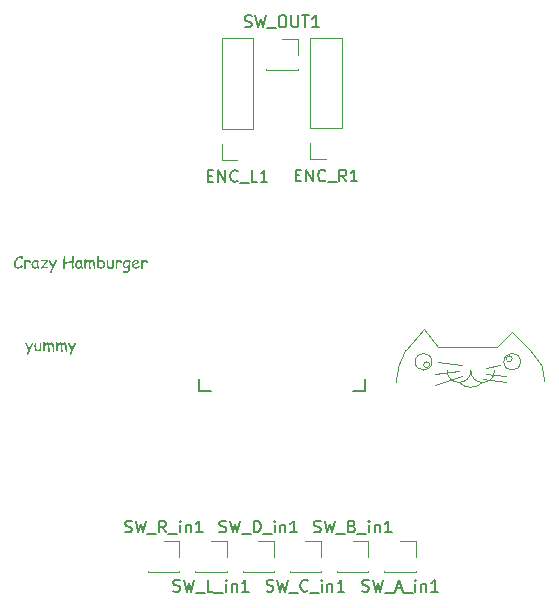
<source format=gbr>
%TF.GenerationSoftware,KiCad,Pcbnew,8.0.8*%
%TF.CreationDate,2025-02-27T23:17:26-05:00*%
%TF.ProjectId,modular_sdvx_pcb_nostabs,6d6f6475-6c61-4725-9f73-6476785f7063,rev?*%
%TF.SameCoordinates,Original*%
%TF.FileFunction,Legend,Top*%
%TF.FilePolarity,Positive*%
%FSLAX46Y46*%
G04 Gerber Fmt 4.6, Leading zero omitted, Abs format (unit mm)*
G04 Created by KiCad (PCBNEW 8.0.8) date 2025-02-27 23:17:26*
%MOMM*%
%LPD*%
G01*
G04 APERTURE LIST*
%ADD10C,0.100000*%
%ADD11C,0.150000*%
%ADD12C,0.120000*%
G04 APERTURE END LIST*
D10*
X13250000Y-3250000D02*
X18250000Y-3250000D01*
X12707107Y-4500000D02*
G75*
G02*
X11292893Y-4500000I-707107J0D01*
G01*
X11292893Y-4500000D02*
G75*
G02*
X12707107Y-4500000I707107J0D01*
G01*
X15250000Y-5750000D02*
X13000000Y-6500000D01*
X20207107Y-4500000D02*
G75*
G02*
X18792893Y-4500000I-707107J0D01*
G01*
X18792893Y-4500000D02*
G75*
G02*
X20207107Y-4500000I707107J0D01*
G01*
X17250000Y-5000000D02*
X18500000Y-4750000D01*
X22035788Y-4878230D02*
G75*
G02*
X22280695Y-6247965I-6035888J-1785970D01*
G01*
X19500000Y-2000000D02*
X21000000Y-3500000D01*
X12500000Y-4750000D02*
G75*
G02*
X12000000Y-4750000I-250000J0D01*
G01*
X12000000Y-4750000D02*
G75*
G02*
X12500000Y-4750000I250000J0D01*
G01*
X15000000Y-5250000D02*
X13000000Y-5500000D01*
X15250000Y-4750000D02*
X13250000Y-4500000D01*
X9667591Y-6260680D02*
G75*
G02*
X10499995Y-3499997I6332409J-403520D01*
G01*
X19500000Y-4250000D02*
G75*
G02*
X19000000Y-4250000I-250000J0D01*
G01*
X19000000Y-4250000D02*
G75*
G02*
X19500000Y-4250000I250000J0D01*
G01*
X17000000Y-6250000D02*
G75*
G02*
X15000000Y-6250000I-1000000J999999D01*
G01*
X16000000Y-5250000D02*
G75*
G02*
X14000000Y-5250000I-1000000J0D01*
G01*
X18250000Y-3250000D02*
X19500000Y-2000000D01*
X10500000Y-3500000D02*
X12000000Y-1750000D01*
X17250000Y-5500000D02*
X19000000Y-5750000D01*
X17000000Y-6000000D02*
X19000000Y-6250000D01*
X22035789Y-4878230D02*
X21000000Y-3500000D01*
X18000000Y-5250000D02*
G75*
G02*
X16000000Y-5250000I-1000000J0D01*
G01*
X12000000Y-1750000D02*
X13250000Y-3250000D01*
G36*
X-21991625Y4201577D02*
G01*
X-22037993Y4221135D01*
X-22057571Y4251646D01*
X-22082717Y4294602D01*
X-22093230Y4303670D01*
X-22141835Y4310647D01*
X-22164794Y4310997D01*
X-22215886Y4301182D01*
X-22262871Y4276490D01*
X-22304837Y4243362D01*
X-22341002Y4207321D01*
X-22378253Y4163611D01*
X-22385833Y4153949D01*
X-22415296Y4114621D01*
X-22450072Y4062784D01*
X-22479696Y4011634D01*
X-22504168Y3961172D01*
X-22523488Y3911396D01*
X-22537656Y3862307D01*
X-22546672Y3813905D01*
X-22550697Y3754368D01*
X-22546196Y3705014D01*
X-22530635Y3654935D01*
X-22503959Y3609864D01*
X-22493789Y3597320D01*
X-22454944Y3561513D01*
X-22411376Y3538969D01*
X-22363085Y3529686D01*
X-22352861Y3529420D01*
X-22299784Y3534332D01*
X-22250888Y3547463D01*
X-22210711Y3564347D01*
X-22167742Y3588997D01*
X-22122567Y3618664D01*
X-22088590Y3642260D01*
X-22045503Y3666814D01*
X-22029483Y3670104D01*
X-21983941Y3652051D01*
X-21980146Y3648122D01*
X-21960196Y3602856D01*
X-21960118Y3599518D01*
X-21978723Y3553627D01*
X-21986252Y3546273D01*
X-22031628Y3509350D01*
X-22077141Y3477351D01*
X-22122792Y3450274D01*
X-22168579Y3428121D01*
X-22214505Y3410890D01*
X-22272104Y3396275D01*
X-22329919Y3389352D01*
X-22353105Y3388736D01*
X-22404865Y3392661D01*
X-22453534Y3404433D01*
X-22499112Y3424053D01*
X-22541599Y3451522D01*
X-22580995Y3486839D01*
X-22593440Y3500355D01*
X-22625646Y3542221D01*
X-22651188Y3586852D01*
X-22670067Y3634247D01*
X-22682283Y3684408D01*
X-22687836Y3737333D01*
X-22688206Y3755589D01*
X-22685157Y3815249D01*
X-22676009Y3875283D01*
X-22660763Y3935692D01*
X-22639419Y3996474D01*
X-22619408Y4042306D01*
X-22595967Y4088348D01*
X-22569096Y4134601D01*
X-22538794Y4181064D01*
X-22505062Y4227738D01*
X-22493056Y4243342D01*
X-22452344Y4292172D01*
X-22411540Y4334491D01*
X-22370645Y4370299D01*
X-22329658Y4399596D01*
X-22278295Y4427063D01*
X-22226789Y4444357D01*
X-22175141Y4451478D01*
X-22164794Y4451681D01*
X-22114698Y4449585D01*
X-22104466Y4448506D01*
X-22057083Y4438736D01*
X-22015006Y4465052D01*
X-21994556Y4467313D01*
X-21948971Y4443747D01*
X-21934717Y4406985D01*
X-21927204Y4355293D01*
X-21924112Y4303544D01*
X-21923726Y4275094D01*
X-21938869Y4227466D01*
X-21981321Y4202209D01*
X-21991625Y4201577D01*
G37*
G36*
X-21276971Y3941946D02*
G01*
X-21287285Y3893972D01*
X-21323767Y3860645D01*
X-21345603Y3857683D01*
X-21391723Y3876639D01*
X-21404710Y3924849D01*
X-21406908Y3972477D01*
X-21408862Y4029630D01*
X-21460397Y4020959D01*
X-21511952Y4005950D01*
X-21556705Y3985376D01*
X-21582763Y3968569D01*
X-21622318Y3932501D01*
X-21654069Y3890445D01*
X-21679220Y3845050D01*
X-21684368Y3833991D01*
X-21682903Y3458101D01*
X-21695899Y3410684D01*
X-21742580Y3389007D01*
X-21750802Y3388736D01*
X-21798065Y3408175D01*
X-21811374Y3457613D01*
X-21811374Y3935352D01*
X-21810246Y3986700D01*
X-21809665Y4002763D01*
X-21808157Y4052070D01*
X-21807955Y4070174D01*
X-21794646Y4119612D01*
X-21747383Y4139050D01*
X-21701328Y4118340D01*
X-21682983Y4073011D01*
X-21679483Y4030851D01*
X-21637563Y4066525D01*
X-21594237Y4096152D01*
X-21549502Y4119734D01*
X-21503361Y4137268D01*
X-21455812Y4148756D01*
X-21406857Y4154198D01*
X-21386880Y4154682D01*
X-21338276Y4144363D01*
X-21303838Y4113405D01*
X-21284027Y4065706D01*
X-21276912Y4014255D01*
X-21276238Y3989330D01*
X-21276971Y3941946D01*
G37*
G36*
X-20761179Y4133931D02*
G01*
X-20709882Y4120118D01*
X-20678087Y4108032D01*
X-20632986Y4085049D01*
X-20595811Y4050439D01*
X-20584787Y4014731D01*
X-20598709Y3981758D01*
X-20606422Y3932621D01*
X-20609455Y3895296D01*
X-20611756Y3845642D01*
X-20613081Y3791738D01*
X-20613607Y3741667D01*
X-20612777Y3691617D01*
X-20608381Y3640875D01*
X-20601884Y3606357D01*
X-20586277Y3557014D01*
X-20567289Y3506793D01*
X-20558653Y3484968D01*
X-20543021Y3448332D01*
X-20538869Y3436608D01*
X-20558164Y3391179D01*
X-20602861Y3373105D01*
X-20643975Y3401990D01*
X-20650244Y3408276D01*
X-20682606Y3446630D01*
X-20696161Y3466894D01*
X-20739652Y3442586D01*
X-20786287Y3419587D01*
X-20812421Y3408520D01*
X-20861002Y3393083D01*
X-20896196Y3388736D01*
X-20953398Y3391905D01*
X-21004468Y3401410D01*
X-21056302Y3420509D01*
X-21099791Y3448233D01*
X-21130425Y3478862D01*
X-21157453Y3520254D01*
X-21177843Y3570271D01*
X-21190036Y3620008D01*
X-21197352Y3676081D01*
X-21199722Y3727650D01*
X-21199772Y3735561D01*
X-21064235Y3735561D01*
X-21061086Y3681661D01*
X-21050200Y3631333D01*
X-21026873Y3584227D01*
X-21024424Y3580956D01*
X-20985466Y3547588D01*
X-20937770Y3531886D01*
X-20904745Y3529420D01*
X-20854469Y3533048D01*
X-20804674Y3546250D01*
X-20792882Y3551402D01*
X-20749496Y3579171D01*
X-20723517Y3599274D01*
X-20729849Y3649283D01*
X-20736032Y3703894D01*
X-20740668Y3752615D01*
X-20744125Y3802011D01*
X-20745498Y3848646D01*
X-20742890Y3897699D01*
X-20741835Y3907508D01*
X-20734141Y3957471D01*
X-20730600Y3975163D01*
X-20774075Y3992749D01*
X-20803140Y3998367D01*
X-20854568Y3993390D01*
X-20902363Y3978461D01*
X-20946526Y3953579D01*
X-20987055Y3918743D01*
X-21020821Y3877527D01*
X-21044940Y3833258D01*
X-21059412Y3785936D01*
X-21064235Y3735561D01*
X-21199772Y3735561D01*
X-21199790Y3738492D01*
X-21196999Y3789066D01*
X-21188627Y3837291D01*
X-21171214Y3892060D01*
X-21145763Y3943445D01*
X-21112275Y3991448D01*
X-21085484Y4021570D01*
X-21048608Y4055414D01*
X-21001508Y4088456D01*
X-20951299Y4113237D01*
X-20897981Y4129758D01*
X-20841555Y4138018D01*
X-20812177Y4139050D01*
X-20761179Y4133931D01*
G37*
G36*
X-19856454Y3983712D02*
G01*
X-19889137Y3944603D01*
X-19921266Y3903920D01*
X-19951428Y3864250D01*
X-19984012Y3820149D01*
X-20013014Y3780013D01*
X-20046147Y3733829D01*
X-20076393Y3692057D01*
X-20108879Y3647756D01*
X-20141527Y3604102D01*
X-20171913Y3564802D01*
X-20175191Y3560683D01*
X-20123729Y3560683D01*
X-20073791Y3560683D01*
X-20049406Y3560683D01*
X-20000228Y3556989D01*
X-19969783Y3552868D01*
X-19920915Y3546769D01*
X-19890160Y3545052D01*
X-19843463Y3527449D01*
X-19841067Y3525024D01*
X-19822091Y3478484D01*
X-19822016Y3474710D01*
X-19837663Y3427674D01*
X-19841067Y3423907D01*
X-19886204Y3404444D01*
X-19889916Y3404368D01*
X-19939210Y3404368D01*
X-19969783Y3404368D01*
X-20020943Y3404368D01*
X-20049406Y3404368D01*
X-20106825Y3403870D01*
X-20163128Y3402376D01*
X-20218315Y3399886D01*
X-20272385Y3396400D01*
X-20325339Y3391917D01*
X-20342742Y3390202D01*
X-20368143Y3388736D01*
X-20416003Y3401831D01*
X-20434822Y3448332D01*
X-20418544Y3495086D01*
X-20400383Y3515498D01*
X-20355072Y3556970D01*
X-20320443Y3591615D01*
X-20285260Y3629296D01*
X-20249523Y3670011D01*
X-20213232Y3713763D01*
X-20176388Y3760549D01*
X-20138989Y3810371D01*
X-20101037Y3863228D01*
X-20062531Y3919121D01*
X-20023471Y3978049D01*
X-20010327Y3998367D01*
X-20062530Y3998367D01*
X-20112264Y3998367D01*
X-20142951Y3998367D01*
X-20194105Y3999344D01*
X-20245961Y4002274D01*
X-20298519Y4007159D01*
X-20351779Y4013998D01*
X-20397575Y4033354D01*
X-20412840Y4075303D01*
X-20394277Y4120732D01*
X-20347627Y4139050D01*
X-20295547Y4136295D01*
X-20246022Y4131235D01*
X-20196137Y4126174D01*
X-20145167Y4123427D01*
X-20142951Y4123419D01*
X-20093036Y4124915D01*
X-20041354Y4128189D01*
X-20002756Y4131235D01*
X-19953846Y4135013D01*
X-19904143Y4137951D01*
X-19862561Y4139050D01*
X-19815360Y4124908D01*
X-19804187Y4094354D01*
X-19815671Y4044254D01*
X-19841397Y4001934D01*
X-19856454Y3983712D01*
G37*
G36*
X-19070969Y4032072D02*
G01*
X-19308618Y3522337D01*
X-19329955Y3476755D01*
X-19354812Y3422440D01*
X-19377654Y3371082D01*
X-19398480Y3322682D01*
X-19417291Y3277240D01*
X-19437203Y3226613D01*
X-19443196Y3210683D01*
X-19488625Y3078548D01*
X-19516952Y3038654D01*
X-19550418Y3029211D01*
X-19597588Y3045096D01*
X-19600244Y3047285D01*
X-19621004Y3091737D01*
X-19611738Y3140677D01*
X-19596536Y3187854D01*
X-19579163Y3234783D01*
X-19557156Y3289879D01*
X-19537611Y3336560D01*
X-19515459Y3387835D01*
X-19490702Y3443704D01*
X-19472749Y3483503D01*
X-19718702Y3958799D01*
X-19749476Y4009113D01*
X-19767585Y4055391D01*
X-19768039Y4062358D01*
X-19751583Y4109989D01*
X-19746545Y4115847D01*
X-19702933Y4138847D01*
X-19697941Y4139050D01*
X-19652669Y4118790D01*
X-19649337Y4114382D01*
X-19619879Y4070407D01*
X-19589879Y4022012D01*
X-19559337Y3969199D01*
X-19528253Y3911966D01*
X-19504585Y3866141D01*
X-19480611Y3817830D01*
X-19456333Y3767034D01*
X-19431751Y3713751D01*
X-19406863Y3657983D01*
X-19398499Y3638841D01*
X-19296894Y3880886D01*
X-19276432Y3925808D01*
X-19252929Y3975548D01*
X-19229823Y4022413D01*
X-19207114Y4066403D01*
X-19191137Y4096064D01*
X-19158317Y4133005D01*
X-19133496Y4139050D01*
X-19087760Y4121799D01*
X-19083670Y4118046D01*
X-19062124Y4073555D01*
X-19061933Y4068220D01*
X-19070969Y4032072D01*
G37*
G36*
X-17618213Y4387934D02*
G01*
X-17627259Y4338431D01*
X-17628471Y4303182D01*
X-17627602Y4254128D01*
X-17627250Y4241877D01*
X-17625876Y4192189D01*
X-17625785Y4180572D01*
X-17626953Y4130941D01*
X-17629571Y4081756D01*
X-17633089Y4031808D01*
X-17637752Y3975408D01*
X-17641820Y3926670D01*
X-17645501Y3875800D01*
X-17648306Y3825562D01*
X-17649709Y3774614D01*
X-17649720Y3770244D01*
X-17648471Y3719109D01*
X-17645809Y3667981D01*
X-17642149Y3613196D01*
X-17638836Y3564133D01*
X-17636027Y3511821D01*
X-17634607Y3462271D01*
X-17634577Y3455415D01*
X-17652456Y3409246D01*
X-17653628Y3408032D01*
X-17698776Y3388755D01*
X-17700523Y3388736D01*
X-17745959Y3406844D01*
X-17747173Y3408032D01*
X-17766450Y3453897D01*
X-17766468Y3455659D01*
X-17767718Y3507426D01*
X-17770380Y3558822D01*
X-17774040Y3613684D01*
X-17777353Y3662914D01*
X-17780162Y3715221D01*
X-17781582Y3764452D01*
X-17781612Y3771221D01*
X-17780757Y3821901D01*
X-17778192Y3873314D01*
X-17832255Y3870963D01*
X-17882836Y3866567D01*
X-17937333Y3859972D01*
X-17985737Y3852798D01*
X-18036861Y3844097D01*
X-18068841Y3838143D01*
X-18357292Y3781479D01*
X-18358764Y3732287D01*
X-18362158Y3682809D01*
X-18366829Y3631853D01*
X-18369748Y3603914D01*
X-18375091Y3549631D01*
X-18379277Y3496300D01*
X-18381662Y3446650D01*
X-18381960Y3425617D01*
X-18399839Y3378502D01*
X-18401011Y3377257D01*
X-18446160Y3357493D01*
X-18447906Y3357473D01*
X-18493845Y3375811D01*
X-18495045Y3377013D01*
X-18513833Y3423122D01*
X-18513852Y3424884D01*
X-18512683Y3477387D01*
X-18510065Y3529487D01*
X-18506547Y3582438D01*
X-18502620Y3633294D01*
X-18501884Y3642260D01*
X-18497816Y3694050D01*
X-18494135Y3748089D01*
X-18491330Y3801433D01*
X-18489963Y3850716D01*
X-18489916Y3860125D01*
X-18490743Y3911171D01*
X-18492323Y3960235D01*
X-18492847Y3974187D01*
X-18494484Y4026050D01*
X-18495468Y4076003D01*
X-18495533Y4088981D01*
X-18494405Y4142065D01*
X-18492000Y4195188D01*
X-18489115Y4245380D01*
X-18488695Y4252135D01*
X-18485596Y4303288D01*
X-18483168Y4352625D01*
X-18481674Y4404884D01*
X-18481612Y4415533D01*
X-18463962Y4462434D01*
X-18462805Y4463649D01*
X-18417413Y4482926D01*
X-18415666Y4482944D01*
X-18369956Y4465066D01*
X-18368771Y4463893D01*
X-18349739Y4418516D01*
X-18349720Y4416755D01*
X-18350930Y4363871D01*
X-18353506Y4311178D01*
X-18356597Y4261501D01*
X-18357048Y4254822D01*
X-18360146Y4204309D01*
X-18362574Y4155475D01*
X-18364068Y4103525D01*
X-18364131Y4092889D01*
X-18359979Y3921919D01*
X-18065422Y3978583D01*
X-18011598Y3988329D01*
X-17960493Y3996500D01*
X-17902756Y4004228D01*
X-17848935Y4009690D01*
X-17799029Y4012884D01*
X-17767934Y4013754D01*
X-17764621Y4068373D01*
X-17762758Y4117391D01*
X-17761427Y4173313D01*
X-17760725Y4225189D01*
X-17760392Y4281858D01*
X-17760362Y4305868D01*
X-17756088Y4357770D01*
X-17744317Y4407093D01*
X-17743265Y4410404D01*
X-17721746Y4457371D01*
X-17679274Y4482944D01*
X-17632868Y4463893D01*
X-17612127Y4418058D01*
X-17612107Y4416266D01*
X-17618213Y4387934D01*
G37*
G36*
X-17070181Y4133931D02*
G01*
X-17018884Y4120118D01*
X-16987090Y4108032D01*
X-16941988Y4085049D01*
X-16904814Y4050439D01*
X-16893789Y4014731D01*
X-16907711Y3981758D01*
X-16915424Y3932621D01*
X-16918457Y3895296D01*
X-16920759Y3845642D01*
X-16922083Y3791738D01*
X-16922609Y3741667D01*
X-16921779Y3691617D01*
X-16917383Y3640875D01*
X-16910886Y3606357D01*
X-16895279Y3557014D01*
X-16876291Y3506793D01*
X-16867655Y3484968D01*
X-16852023Y3448332D01*
X-16847871Y3436608D01*
X-16867166Y3391179D01*
X-16911863Y3373105D01*
X-16952978Y3401990D01*
X-16959246Y3408276D01*
X-16991608Y3446630D01*
X-17005163Y3466894D01*
X-17048654Y3442586D01*
X-17095289Y3419587D01*
X-17121423Y3408520D01*
X-17170004Y3393083D01*
X-17205198Y3388736D01*
X-17262400Y3391905D01*
X-17313470Y3401410D01*
X-17365304Y3420509D01*
X-17408793Y3448233D01*
X-17439427Y3478862D01*
X-17466455Y3520254D01*
X-17486845Y3570271D01*
X-17499038Y3620008D01*
X-17506354Y3676081D01*
X-17508725Y3727650D01*
X-17508774Y3735561D01*
X-17373237Y3735561D01*
X-17370088Y3681661D01*
X-17359202Y3631333D01*
X-17335875Y3584227D01*
X-17333426Y3580956D01*
X-17294468Y3547588D01*
X-17246772Y3531886D01*
X-17213747Y3529420D01*
X-17163471Y3533048D01*
X-17113676Y3546250D01*
X-17101884Y3551402D01*
X-17058498Y3579171D01*
X-17032519Y3599274D01*
X-17038851Y3649283D01*
X-17045034Y3703894D01*
X-17049671Y3752615D01*
X-17053127Y3802011D01*
X-17054501Y3848646D01*
X-17051892Y3897699D01*
X-17050837Y3907508D01*
X-17043143Y3957471D01*
X-17039602Y3975163D01*
X-17083077Y3992749D01*
X-17112142Y3998367D01*
X-17163570Y3993390D01*
X-17211366Y3978461D01*
X-17255528Y3953579D01*
X-17296057Y3918743D01*
X-17329823Y3877527D01*
X-17353942Y3833258D01*
X-17368414Y3785936D01*
X-17373237Y3735561D01*
X-17508774Y3735561D01*
X-17508792Y3738492D01*
X-17506002Y3789066D01*
X-17497630Y3837291D01*
X-17480216Y3892060D01*
X-17454765Y3943445D01*
X-17421277Y3991448D01*
X-17394487Y4021570D01*
X-17357610Y4055414D01*
X-17310510Y4088456D01*
X-17260301Y4113237D01*
X-17206983Y4129758D01*
X-17150557Y4138018D01*
X-17121179Y4139050D01*
X-17070181Y4133931D01*
G37*
G36*
X-15859665Y3357473D02*
G01*
X-15906376Y3374362D01*
X-15925610Y3417313D01*
X-15933371Y3470669D01*
X-15939546Y3522044D01*
X-15944924Y3573334D01*
X-15949515Y3622003D01*
X-15950279Y3630537D01*
X-15973726Y3843761D01*
X-15983681Y3893554D01*
X-15996929Y3936573D01*
X-16019823Y3980927D01*
X-16047976Y3998367D01*
X-16096901Y3981766D01*
X-16142742Y3955868D01*
X-16185813Y3928723D01*
X-16224958Y3897675D01*
X-16229204Y3893098D01*
X-16228993Y3841542D01*
X-16227170Y3790067D01*
X-16225785Y3766336D01*
X-16205024Y3586085D01*
X-16199361Y3535145D01*
X-16194923Y3483348D01*
X-16192395Y3432639D01*
X-16192079Y3409986D01*
X-16208823Y3363560D01*
X-16211130Y3361137D01*
X-16257653Y3341861D01*
X-16259490Y3341842D01*
X-16305672Y3358586D01*
X-16308094Y3360893D01*
X-16326883Y3407660D01*
X-16326901Y3409497D01*
X-16328234Y3461096D01*
X-16331657Y3517246D01*
X-16336381Y3574315D01*
X-16341713Y3629130D01*
X-16343754Y3648611D01*
X-16349398Y3705248D01*
X-16353875Y3756459D01*
X-16357621Y3809346D01*
X-16359957Y3860744D01*
X-16360362Y3887969D01*
X-16363748Y3940359D01*
X-16376070Y3987986D01*
X-16380879Y3998367D01*
X-16426431Y3972313D01*
X-16466257Y3940183D01*
X-16478576Y3928513D01*
X-16559665Y3839853D01*
X-16591865Y3800827D01*
X-16594836Y3797599D01*
X-16596728Y3747712D01*
X-16600632Y3697715D01*
X-16602407Y3678653D01*
X-16606718Y3629571D01*
X-16609712Y3578176D01*
X-16609979Y3562637D01*
X-16604563Y3512855D01*
X-16603384Y3506217D01*
X-16596847Y3457148D01*
X-16596789Y3453949D01*
X-16616502Y3408727D01*
X-16617794Y3407543D01*
X-16663404Y3388810D01*
X-16666887Y3388736D01*
X-16711107Y3409603D01*
X-16733634Y3457716D01*
X-16742660Y3514452D01*
X-16744556Y3565324D01*
X-16742663Y3616493D01*
X-16738759Y3668173D01*
X-16736985Y3687934D01*
X-16732674Y3739395D01*
X-16729776Y3791033D01*
X-16729413Y3811032D01*
X-16731274Y3859970D01*
X-16735209Y3911253D01*
X-16736008Y3920209D01*
X-16739878Y3969783D01*
X-16742259Y4020280D01*
X-16742358Y4030118D01*
X-16739894Y4083075D01*
X-16728941Y4136640D01*
X-16699574Y4178489D01*
X-16672260Y4185945D01*
X-16627376Y4162476D01*
X-16623168Y4157369D01*
X-16602005Y4113314D01*
X-16600942Y4101193D01*
X-16604361Y4060648D01*
X-16607780Y4018883D01*
X-16606315Y3946587D01*
X-16580736Y3991152D01*
X-16548574Y4032950D01*
X-16514000Y4068202D01*
X-16501290Y4079455D01*
X-16459941Y4110882D01*
X-16415611Y4133231D01*
X-16383077Y4139050D01*
X-16333419Y4132776D01*
X-16287590Y4110719D01*
X-16252387Y4072781D01*
X-16234822Y4038667D01*
X-16201724Y4075237D01*
X-16160852Y4105424D01*
X-16144940Y4113893D01*
X-16096307Y4131091D01*
X-16045957Y4138436D01*
X-16025261Y4139050D01*
X-15972520Y4131265D01*
X-15928846Y4107909D01*
X-15894240Y4068983D01*
X-15871398Y4022150D01*
X-15868702Y4014487D01*
X-15859238Y3965059D01*
X-15851857Y3912005D01*
X-15845380Y3860373D01*
X-15840614Y3820314D01*
X-15832992Y3770062D01*
X-15826049Y3719697D01*
X-15818571Y3661617D01*
X-15812201Y3609597D01*
X-15805488Y3552639D01*
X-15798432Y3490742D01*
X-15792914Y3441079D01*
X-15791032Y3423907D01*
X-15809595Y3377013D01*
X-15856006Y3357550D01*
X-15859665Y3357473D01*
G37*
G36*
X-15509829Y4475297D02*
G01*
X-15502581Y4438981D01*
X-15506001Y4410893D01*
X-15509420Y4382805D01*
X-15511374Y4232840D01*
X-15512840Y4057962D01*
X-15468819Y4085519D01*
X-15423067Y4108939D01*
X-15399267Y4118778D01*
X-15350112Y4133329D01*
X-15300874Y4139031D01*
X-15297906Y4139050D01*
X-15244451Y4135066D01*
X-15194912Y4123114D01*
X-15149288Y4103193D01*
X-15107580Y4075303D01*
X-15069787Y4039445D01*
X-15058060Y4025722D01*
X-15028676Y3984071D01*
X-15005372Y3938985D01*
X-14988147Y3890465D01*
X-14977001Y3838510D01*
X-14971935Y3783120D01*
X-14971598Y3763893D01*
X-14975152Y3706841D01*
X-14985817Y3653103D01*
X-15003591Y3602679D01*
X-15028476Y3555570D01*
X-15060470Y3511775D01*
X-15072714Y3497913D01*
X-15112284Y3460810D01*
X-15155341Y3431384D01*
X-15201883Y3409633D01*
X-15251912Y3395560D01*
X-15305427Y3389163D01*
X-15324040Y3388736D01*
X-15375362Y3391774D01*
X-15424302Y3400887D01*
X-15470860Y3416076D01*
X-15515038Y3437341D01*
X-15553369Y3406429D01*
X-15568527Y3404368D01*
X-15612979Y3422442D01*
X-15631053Y3467871D01*
X-15629449Y3517988D01*
X-15629344Y3520139D01*
X-15627649Y3569202D01*
X-15627634Y3572651D01*
X-15628015Y3624849D01*
X-15628870Y3676704D01*
X-15630019Y3729441D01*
X-15631301Y3780114D01*
X-15631542Y3789050D01*
X-15631548Y3789295D01*
X-15513572Y3789295D01*
X-15512840Y3686713D01*
X-15512107Y3578757D01*
X-15466512Y3559995D01*
X-15419295Y3541877D01*
X-15371245Y3532157D01*
X-15324040Y3529420D01*
X-15270826Y3534714D01*
X-15223293Y3550595D01*
X-15181439Y3577063D01*
X-15160642Y3596343D01*
X-15129708Y3636732D01*
X-15108898Y3682338D01*
X-15098212Y3733161D01*
X-15096650Y3763649D01*
X-15100726Y3816191D01*
X-15112956Y3863632D01*
X-15136107Y3910363D01*
X-15148185Y3927292D01*
X-15186734Y3964773D01*
X-15232773Y3988372D01*
X-15286302Y3998089D01*
X-15297906Y3998367D01*
X-15347621Y3992570D01*
X-15394789Y3976805D01*
X-15413189Y3968080D01*
X-15455460Y3942203D01*
X-15499326Y3912149D01*
X-15512107Y3903112D01*
X-15513572Y3789295D01*
X-15631548Y3789295D01*
X-15632787Y3840648D01*
X-15633914Y3894441D01*
X-15634772Y3947477D01*
X-15635191Y3996375D01*
X-15635205Y4005694D01*
X-15635102Y4055565D01*
X-15634890Y4109378D01*
X-15634644Y4160956D01*
X-15634473Y4194249D01*
X-15634224Y4243165D01*
X-15633998Y4292375D01*
X-15633811Y4343213D01*
X-15633740Y4383293D01*
X-15626377Y4433572D01*
X-15616643Y4457055D01*
X-15581571Y4492737D01*
X-15554117Y4498576D01*
X-15509829Y4475297D01*
G37*
G36*
X-14253768Y3825687D02*
G01*
X-14253628Y3775157D01*
X-14253321Y3722730D01*
X-14253035Y3683538D01*
X-14252681Y3633980D01*
X-14252405Y3583589D01*
X-14252302Y3541388D01*
X-14250104Y3497180D01*
X-14247662Y3453217D01*
X-14266457Y3407950D01*
X-14267690Y3406810D01*
X-14314502Y3388754D01*
X-14316294Y3388736D01*
X-14363710Y3402879D01*
X-14383705Y3433433D01*
X-14434014Y3411827D01*
X-14482237Y3398557D01*
X-14533757Y3390875D01*
X-14581542Y3388736D01*
X-14634712Y3392553D01*
X-14686258Y3405566D01*
X-14730530Y3427815D01*
X-14769130Y3462044D01*
X-14795262Y3505624D01*
X-14808199Y3553356D01*
X-14815869Y3608120D01*
X-14822238Y3660976D01*
X-14827308Y3711923D01*
X-14831078Y3760963D01*
X-14833886Y3817291D01*
X-14834822Y3870872D01*
X-14833199Y3924695D01*
X-14829031Y3975944D01*
X-14822299Y4030399D01*
X-14814305Y4080676D01*
X-14791156Y4126224D01*
X-14749092Y4139050D01*
X-14702266Y4122950D01*
X-14699755Y4120732D01*
X-14679747Y4075384D01*
X-14679727Y4073593D01*
X-14683258Y4024133D01*
X-14689741Y3975408D01*
X-14696067Y3925917D01*
X-14699473Y3877133D01*
X-14699511Y3872581D01*
X-14699038Y3818879D01*
X-14697618Y3769145D01*
X-14694890Y3717938D01*
X-14691939Y3681584D01*
X-14685868Y3630705D01*
X-14676461Y3580101D01*
X-14669469Y3554089D01*
X-14624773Y3535771D01*
X-14581542Y3529420D01*
X-14528936Y3531700D01*
X-14474706Y3538539D01*
X-14425140Y3548446D01*
X-14387124Y3558241D01*
X-14387613Y3694773D01*
X-14389078Y3825198D01*
X-14388623Y3878264D01*
X-14387258Y3928650D01*
X-14384515Y3984049D01*
X-14380533Y4035801D01*
X-14376133Y4077257D01*
X-14355678Y4123602D01*
X-14309455Y4139050D01*
X-14262629Y4122736D01*
X-14260118Y4120488D01*
X-14241311Y4074570D01*
X-14253768Y3825687D01*
G37*
G36*
X-13552058Y3941946D02*
G01*
X-13562372Y3893972D01*
X-13598854Y3860645D01*
X-13620690Y3857683D01*
X-13666810Y3876639D01*
X-13679797Y3924849D01*
X-13681995Y3972477D01*
X-13683949Y4029630D01*
X-13735484Y4020959D01*
X-13787039Y4005950D01*
X-13831793Y3985376D01*
X-13857850Y3968569D01*
X-13897405Y3932501D01*
X-13929157Y3890445D01*
X-13954307Y3845050D01*
X-13959455Y3833991D01*
X-13957990Y3458101D01*
X-13970986Y3410684D01*
X-14017667Y3389007D01*
X-14025889Y3388736D01*
X-14073152Y3408175D01*
X-14086461Y3457613D01*
X-14086461Y3935352D01*
X-14085333Y3986700D01*
X-14084752Y4002763D01*
X-14083244Y4052070D01*
X-14083042Y4070174D01*
X-14069733Y4119612D01*
X-14022470Y4139050D01*
X-13976415Y4118340D01*
X-13958070Y4073011D01*
X-13954570Y4030851D01*
X-13912651Y4066525D01*
X-13869324Y4096152D01*
X-13824590Y4119734D01*
X-13778448Y4137268D01*
X-13730900Y4148756D01*
X-13681944Y4154198D01*
X-13661967Y4154682D01*
X-13613363Y4144363D01*
X-13578925Y4113405D01*
X-13559115Y4065706D01*
X-13551999Y4014255D01*
X-13551325Y3989330D01*
X-13552058Y3941946D01*
G37*
G36*
X-13010576Y4135825D02*
G01*
X-12960858Y4124238D01*
X-12955373Y4122198D01*
X-12911269Y4096448D01*
X-12889427Y4071884D01*
X-12841828Y4057236D01*
X-12817705Y4012249D01*
X-12815910Y3988841D01*
X-12818668Y3939006D01*
X-12825423Y3886021D01*
X-12830321Y3855973D01*
X-12838207Y3806574D01*
X-12845477Y3755855D01*
X-12848883Y3724570D01*
X-12864759Y3489853D01*
X-12867011Y3439174D01*
X-12871397Y3384608D01*
X-12877677Y3334950D01*
X-12887172Y3284208D01*
X-12892847Y3261242D01*
X-12908182Y3214512D01*
X-12930031Y3168091D01*
X-12960120Y3124771D01*
X-12991765Y3094180D01*
X-13037622Y3065756D01*
X-13085259Y3047547D01*
X-13139910Y3035556D01*
X-13192334Y3030226D01*
X-13230146Y3029211D01*
X-13279210Y3030332D01*
X-13328288Y3034205D01*
X-13379625Y3042505D01*
X-13383531Y3043377D01*
X-13432756Y3062029D01*
X-13465855Y3100377D01*
X-13469993Y3125687D01*
X-13456844Y3173722D01*
X-13410153Y3192609D01*
X-13360649Y3186953D01*
X-13327843Y3180642D01*
X-13278954Y3172976D01*
X-13230176Y3169908D01*
X-13200104Y3169895D01*
X-13146305Y3176840D01*
X-13100314Y3195754D01*
X-13062129Y3226635D01*
X-13031752Y3269485D01*
X-13017899Y3299344D01*
X-13003351Y3347551D01*
X-12993803Y3399099D01*
X-12987981Y3450241D01*
X-12984340Y3507806D01*
X-12982972Y3560683D01*
X-13007559Y3515651D01*
X-13037800Y3474931D01*
X-13071388Y3443447D01*
X-13115323Y3418145D01*
X-13164175Y3405742D01*
X-13188381Y3404368D01*
X-13240550Y3408505D01*
X-13288278Y3420917D01*
X-13337386Y3445235D01*
X-13380693Y3480360D01*
X-13390614Y3490830D01*
X-13420972Y3531123D01*
X-13443875Y3576348D01*
X-13459320Y3626506D01*
X-13467310Y3681595D01*
X-13468527Y3715289D01*
X-13467962Y3727745D01*
X-13335415Y3727745D01*
X-13331718Y3675219D01*
X-13319111Y3627633D01*
X-13297557Y3590725D01*
X-13257232Y3559503D01*
X-13206895Y3546167D01*
X-13184228Y3545052D01*
X-13132754Y3555115D01*
X-13086535Y3582021D01*
X-13049406Y3616615D01*
X-13017450Y3657712D01*
X-12993813Y3702643D01*
X-12982240Y3747285D01*
X-12973018Y3797130D01*
X-12965332Y3847895D01*
X-12958382Y3900253D01*
X-12952257Y3951029D01*
X-12951221Y3960020D01*
X-12995537Y3984290D01*
X-13008374Y3988841D01*
X-13057688Y3998032D01*
X-13069434Y3998367D01*
X-13123762Y3994428D01*
X-13172410Y3982612D01*
X-13221053Y3959462D01*
X-13262276Y3926024D01*
X-13271423Y3916057D01*
X-13302357Y3871241D01*
X-13321354Y3826052D01*
X-13332353Y3775826D01*
X-13335415Y3727745D01*
X-13467962Y3727745D01*
X-13465927Y3772576D01*
X-13458128Y3826286D01*
X-13445128Y3876418D01*
X-13426929Y3922972D01*
X-13403531Y3965948D01*
X-13368589Y4012797D01*
X-13362037Y4020104D01*
X-13325747Y4054371D01*
X-13285568Y4082830D01*
X-13241502Y4105481D01*
X-13193548Y4122324D01*
X-13141706Y4133359D01*
X-13085976Y4138586D01*
X-13062595Y4139050D01*
X-13010576Y4135825D01*
G37*
G36*
X-12315273Y4136623D02*
G01*
X-12266120Y4129342D01*
X-12217098Y4115348D01*
X-12183565Y4100216D01*
X-12140707Y4069093D01*
X-12109538Y4024996D01*
X-12096291Y3976743D01*
X-12094905Y3952693D01*
X-12105828Y3902272D01*
X-12135029Y3859191D01*
X-12172575Y3826175D01*
X-12217267Y3801224D01*
X-12261600Y3780050D01*
X-12311258Y3757854D01*
X-12318143Y3754856D01*
X-12580460Y3639574D01*
X-12546042Y3599556D01*
X-12505497Y3568406D01*
X-12484717Y3557020D01*
X-12434978Y3539150D01*
X-12383555Y3530741D01*
X-12351116Y3529420D01*
X-12299581Y3533695D01*
X-12251594Y3543462D01*
X-12239741Y3546517D01*
X-12190833Y3563049D01*
X-12148371Y3588681D01*
X-12135450Y3603426D01*
X-12098355Y3636628D01*
X-12085136Y3638841D01*
X-12042393Y3619790D01*
X-12023342Y3575338D01*
X-12035340Y3527591D01*
X-12066653Y3488331D01*
X-12110804Y3456385D01*
X-12146196Y3437829D01*
X-12191971Y3418700D01*
X-12243598Y3402592D01*
X-12294492Y3392620D01*
X-12344653Y3388784D01*
X-12350872Y3388736D01*
X-12407046Y3391467D01*
X-12459064Y3399659D01*
X-12506926Y3413311D01*
X-12557512Y3436142D01*
X-12602442Y3466406D01*
X-12638134Y3501067D01*
X-12670441Y3547626D01*
X-12690133Y3592781D01*
X-12702441Y3642778D01*
X-12707364Y3697618D01*
X-12707466Y3707229D01*
X-12705544Y3756810D01*
X-12592184Y3756810D01*
X-12381402Y3849867D01*
X-12330425Y3873647D01*
X-12286273Y3896049D01*
X-12239536Y3922824D01*
X-12204082Y3947320D01*
X-12245651Y3974239D01*
X-12296474Y3991188D01*
X-12350128Y3997918D01*
X-12369678Y3998367D01*
X-12419295Y3992475D01*
X-12467537Y3972385D01*
X-12505633Y3941750D01*
X-12509141Y3938039D01*
X-12541179Y3894523D01*
X-12565282Y3845163D01*
X-12582944Y3793177D01*
X-12592184Y3756810D01*
X-12705544Y3756810D01*
X-12705355Y3761686D01*
X-12699023Y3813317D01*
X-12688468Y3862122D01*
X-12670230Y3916956D01*
X-12645913Y3967721D01*
X-12621004Y4006915D01*
X-12590075Y4044981D01*
X-12548881Y4082144D01*
X-12503240Y4110017D01*
X-12453152Y4128598D01*
X-12398615Y4137889D01*
X-12369678Y4139050D01*
X-12315273Y4136623D01*
G37*
G36*
X-11370481Y3941946D02*
G01*
X-11380795Y3893972D01*
X-11417277Y3860645D01*
X-11439113Y3857683D01*
X-11485233Y3876639D01*
X-11498220Y3924849D01*
X-11500418Y3972477D01*
X-11502372Y4029630D01*
X-11553907Y4020959D01*
X-11605462Y4005950D01*
X-11650215Y3985376D01*
X-11676273Y3968569D01*
X-11715828Y3932501D01*
X-11747580Y3890445D01*
X-11772730Y3845050D01*
X-11777878Y3833991D01*
X-11776413Y3458101D01*
X-11789409Y3410684D01*
X-11836090Y3389007D01*
X-11844312Y3388736D01*
X-11891575Y3408175D01*
X-11904884Y3457613D01*
X-11904884Y3935352D01*
X-11903756Y3986700D01*
X-11903175Y4002763D01*
X-11901667Y4052070D01*
X-11901465Y4070174D01*
X-11888156Y4119612D01*
X-11840893Y4139050D01*
X-11794838Y4118340D01*
X-11776493Y4073011D01*
X-11772993Y4030851D01*
X-11731074Y4066525D01*
X-11687747Y4096152D01*
X-11643013Y4119734D01*
X-11596871Y4137268D01*
X-11549323Y4148756D01*
X-11500367Y4154198D01*
X-11480390Y4154682D01*
X-11431786Y4144363D01*
X-11397348Y4113405D01*
X-11377538Y4065706D01*
X-11370422Y4014255D01*
X-11369748Y3989330D01*
X-11370481Y3941946D01*
G37*
G36*
X-21055617Y-2967927D02*
G01*
X-21293265Y-3477662D01*
X-21314602Y-3523244D01*
X-21339459Y-3577559D01*
X-21362301Y-3628917D01*
X-21383127Y-3677317D01*
X-21401938Y-3722759D01*
X-21421851Y-3773386D01*
X-21427843Y-3789316D01*
X-21473272Y-3921451D01*
X-21501600Y-3961345D01*
X-21535066Y-3970788D01*
X-21582235Y-3954903D01*
X-21584891Y-3952714D01*
X-21605652Y-3908262D01*
X-21596386Y-3859322D01*
X-21581184Y-3812145D01*
X-21563810Y-3765216D01*
X-21541804Y-3710120D01*
X-21522258Y-3663439D01*
X-21500107Y-3612164D01*
X-21475349Y-3556295D01*
X-21457397Y-3516496D01*
X-21703349Y-3041200D01*
X-21734124Y-2990886D01*
X-21752233Y-2944608D01*
X-21752686Y-2937641D01*
X-21736230Y-2890010D01*
X-21731193Y-2884152D01*
X-21687581Y-2861152D01*
X-21682588Y-2860949D01*
X-21637316Y-2881209D01*
X-21633984Y-2885617D01*
X-21604526Y-2929592D01*
X-21574526Y-2977987D01*
X-21543984Y-3030800D01*
X-21512901Y-3088033D01*
X-21489232Y-3133858D01*
X-21465259Y-3182169D01*
X-21440981Y-3232965D01*
X-21416398Y-3286248D01*
X-21391510Y-3342016D01*
X-21383147Y-3361158D01*
X-21281542Y-3119113D01*
X-21261080Y-3074191D01*
X-21237576Y-3024451D01*
X-21214470Y-2977586D01*
X-21191762Y-2933596D01*
X-21175785Y-2903935D01*
X-21142964Y-2866994D01*
X-21118143Y-2860949D01*
X-21072408Y-2878200D01*
X-21068318Y-2881953D01*
X-21046771Y-2926444D01*
X-21046580Y-2931779D01*
X-21055617Y-2967927D01*
G37*
G36*
X-20365143Y-3174312D02*
G01*
X-20365002Y-3224842D01*
X-20364695Y-3277269D01*
X-20364410Y-3316461D01*
X-20364056Y-3366019D01*
X-20363780Y-3416410D01*
X-20363677Y-3458611D01*
X-20361479Y-3502819D01*
X-20359036Y-3546782D01*
X-20377832Y-3592049D01*
X-20379064Y-3593189D01*
X-20425876Y-3611245D01*
X-20427669Y-3611263D01*
X-20475084Y-3597120D01*
X-20495080Y-3566566D01*
X-20545389Y-3588172D01*
X-20593612Y-3601442D01*
X-20645132Y-3609124D01*
X-20692916Y-3611263D01*
X-20746087Y-3607446D01*
X-20797632Y-3594433D01*
X-20841905Y-3572184D01*
X-20880505Y-3537955D01*
X-20906637Y-3494375D01*
X-20919574Y-3446643D01*
X-20927243Y-3391879D01*
X-20933613Y-3339023D01*
X-20938683Y-3288076D01*
X-20942453Y-3239036D01*
X-20945260Y-3182708D01*
X-20946196Y-3129127D01*
X-20944573Y-3075304D01*
X-20940406Y-3024055D01*
X-20933674Y-2969600D01*
X-20925680Y-2919323D01*
X-20902531Y-2873775D01*
X-20860467Y-2860949D01*
X-20813641Y-2877049D01*
X-20811130Y-2879267D01*
X-20791122Y-2924615D01*
X-20791102Y-2926406D01*
X-20794632Y-2975866D01*
X-20801116Y-3024591D01*
X-20807442Y-3074082D01*
X-20810848Y-3122866D01*
X-20810886Y-3127418D01*
X-20810413Y-3181120D01*
X-20808993Y-3230854D01*
X-20806264Y-3282061D01*
X-20803314Y-3318415D01*
X-20797243Y-3369294D01*
X-20787835Y-3419898D01*
X-20780844Y-3445910D01*
X-20736147Y-3464228D01*
X-20692916Y-3470579D01*
X-20640310Y-3468299D01*
X-20586081Y-3461460D01*
X-20536515Y-3451553D01*
X-20498499Y-3441758D01*
X-20498988Y-3305226D01*
X-20500453Y-3174801D01*
X-20499998Y-3121735D01*
X-20498633Y-3071349D01*
X-20495890Y-3015950D01*
X-20491907Y-2964198D01*
X-20487508Y-2922742D01*
X-20467053Y-2876397D01*
X-20420830Y-2860949D01*
X-20374004Y-2877263D01*
X-20371493Y-2879511D01*
X-20352686Y-2925429D01*
X-20365143Y-3174312D01*
G37*
G36*
X-19325401Y-3642526D02*
G01*
X-19372112Y-3625637D01*
X-19391346Y-3582686D01*
X-19399108Y-3529330D01*
X-19405282Y-3477955D01*
X-19410660Y-3426665D01*
X-19415251Y-3377996D01*
X-19416015Y-3369462D01*
X-19439462Y-3156238D01*
X-19449417Y-3106445D01*
X-19462665Y-3063426D01*
X-19485559Y-3019072D01*
X-19513712Y-3001632D01*
X-19562637Y-3018233D01*
X-19608478Y-3044131D01*
X-19651549Y-3071276D01*
X-19690694Y-3102324D01*
X-19694940Y-3106901D01*
X-19694729Y-3158457D01*
X-19692906Y-3209932D01*
X-19691521Y-3233663D01*
X-19670760Y-3413914D01*
X-19665097Y-3464854D01*
X-19660660Y-3516651D01*
X-19658131Y-3567360D01*
X-19657815Y-3590013D01*
X-19674559Y-3636439D01*
X-19676866Y-3638862D01*
X-19723390Y-3658138D01*
X-19725226Y-3658157D01*
X-19771408Y-3641413D01*
X-19773831Y-3639106D01*
X-19792619Y-3592339D01*
X-19792637Y-3590502D01*
X-19793970Y-3538903D01*
X-19797394Y-3482753D01*
X-19802117Y-3425684D01*
X-19807449Y-3370869D01*
X-19809490Y-3351388D01*
X-19815134Y-3294751D01*
X-19819611Y-3243540D01*
X-19823358Y-3190653D01*
X-19825693Y-3139255D01*
X-19826099Y-3112030D01*
X-19829485Y-3059640D01*
X-19841806Y-3012013D01*
X-19846615Y-3001632D01*
X-19892167Y-3027686D01*
X-19931993Y-3059816D01*
X-19944312Y-3071486D01*
X-20025401Y-3160146D01*
X-20057601Y-3199172D01*
X-20060572Y-3202400D01*
X-20062465Y-3252287D01*
X-20066369Y-3302284D01*
X-20068143Y-3321346D01*
X-20072454Y-3370428D01*
X-20075449Y-3421823D01*
X-20075715Y-3437362D01*
X-20070299Y-3487144D01*
X-20069120Y-3493782D01*
X-20062584Y-3542851D01*
X-20062526Y-3546050D01*
X-20082238Y-3591272D01*
X-20083531Y-3592456D01*
X-20129140Y-3611189D01*
X-20132623Y-3611263D01*
X-20176843Y-3590396D01*
X-20199370Y-3542283D01*
X-20208396Y-3485547D01*
X-20210293Y-3434675D01*
X-20208400Y-3383506D01*
X-20204496Y-3331826D01*
X-20202721Y-3312065D01*
X-20198410Y-3260604D01*
X-20195512Y-3208966D01*
X-20195150Y-3188967D01*
X-20197011Y-3140029D01*
X-20200946Y-3088746D01*
X-20201744Y-3079790D01*
X-20205614Y-3030216D01*
X-20207995Y-2979719D01*
X-20208094Y-2969881D01*
X-20205630Y-2916924D01*
X-20194677Y-2863359D01*
X-20165310Y-2821510D01*
X-20137997Y-2814054D01*
X-20093112Y-2837523D01*
X-20088904Y-2842630D01*
X-20067741Y-2886685D01*
X-20066678Y-2898806D01*
X-20070097Y-2939351D01*
X-20073517Y-2981116D01*
X-20072051Y-3053412D01*
X-20046472Y-3008847D01*
X-20014311Y-2967049D01*
X-19979736Y-2931797D01*
X-19967027Y-2920544D01*
X-19925677Y-2889117D01*
X-19881347Y-2866768D01*
X-19848813Y-2860949D01*
X-19799156Y-2867223D01*
X-19753326Y-2889280D01*
X-19718123Y-2927218D01*
X-19700558Y-2961332D01*
X-19667460Y-2924762D01*
X-19626588Y-2894575D01*
X-19610676Y-2886106D01*
X-19562043Y-2868908D01*
X-19511694Y-2861563D01*
X-19490997Y-2860949D01*
X-19438256Y-2868734D01*
X-19394583Y-2892090D01*
X-19359976Y-2931016D01*
X-19337134Y-2977849D01*
X-19334438Y-2985512D01*
X-19324974Y-3034940D01*
X-19317594Y-3087994D01*
X-19311116Y-3139626D01*
X-19306350Y-3179685D01*
X-19298728Y-3229937D01*
X-19291786Y-3280302D01*
X-19284307Y-3338382D01*
X-19277938Y-3390402D01*
X-19271225Y-3447360D01*
X-19264168Y-3509257D01*
X-19258651Y-3558920D01*
X-19256769Y-3576092D01*
X-19275331Y-3622986D01*
X-19321742Y-3642449D01*
X-19325401Y-3642526D01*
G37*
G36*
X-18238032Y-3642526D02*
G01*
X-18284743Y-3625637D01*
X-18303977Y-3582686D01*
X-18311739Y-3529330D01*
X-18317913Y-3477955D01*
X-18323291Y-3426665D01*
X-18327882Y-3377996D01*
X-18328646Y-3369462D01*
X-18352093Y-3156238D01*
X-18362048Y-3106445D01*
X-18375296Y-3063426D01*
X-18398190Y-3019072D01*
X-18426343Y-3001632D01*
X-18475268Y-3018233D01*
X-18521109Y-3044131D01*
X-18564180Y-3071276D01*
X-18603325Y-3102324D01*
X-18607571Y-3106901D01*
X-18607360Y-3158457D01*
X-18605537Y-3209932D01*
X-18604152Y-3233663D01*
X-18583391Y-3413914D01*
X-18577728Y-3464854D01*
X-18573290Y-3516651D01*
X-18570762Y-3567360D01*
X-18570446Y-3590013D01*
X-18587190Y-3636439D01*
X-18589497Y-3638862D01*
X-18636021Y-3658138D01*
X-18637857Y-3658157D01*
X-18684039Y-3641413D01*
X-18686461Y-3639106D01*
X-18705250Y-3592339D01*
X-18705268Y-3590502D01*
X-18706601Y-3538903D01*
X-18710024Y-3482753D01*
X-18714748Y-3425684D01*
X-18720080Y-3370869D01*
X-18722121Y-3351388D01*
X-18727765Y-3294751D01*
X-18732242Y-3243540D01*
X-18735988Y-3190653D01*
X-18738324Y-3139255D01*
X-18738729Y-3112030D01*
X-18742115Y-3059640D01*
X-18754437Y-3012013D01*
X-18759246Y-3001632D01*
X-18804798Y-3027686D01*
X-18844624Y-3059816D01*
X-18856943Y-3071486D01*
X-18938032Y-3160146D01*
X-18970232Y-3199172D01*
X-18973203Y-3202400D01*
X-18975095Y-3252287D01*
X-18979000Y-3302284D01*
X-18980774Y-3321346D01*
X-18985085Y-3370428D01*
X-18988079Y-3421823D01*
X-18988346Y-3437362D01*
X-18982930Y-3487144D01*
X-18981751Y-3493782D01*
X-18975214Y-3542851D01*
X-18975157Y-3546050D01*
X-18994869Y-3591272D01*
X-18996161Y-3592456D01*
X-19041771Y-3611189D01*
X-19045254Y-3611263D01*
X-19089474Y-3590396D01*
X-19112001Y-3542283D01*
X-19121027Y-3485547D01*
X-19122923Y-3434675D01*
X-19121031Y-3383506D01*
X-19117126Y-3331826D01*
X-19115352Y-3312065D01*
X-19111041Y-3260604D01*
X-19108143Y-3208966D01*
X-19107780Y-3188967D01*
X-19109642Y-3140029D01*
X-19113576Y-3088746D01*
X-19114375Y-3079790D01*
X-19118245Y-3030216D01*
X-19120626Y-2979719D01*
X-19120725Y-2969881D01*
X-19118261Y-2916924D01*
X-19107308Y-2863359D01*
X-19077941Y-2821510D01*
X-19050628Y-2814054D01*
X-19005743Y-2837523D01*
X-19001535Y-2842630D01*
X-18980372Y-2886685D01*
X-18979309Y-2898806D01*
X-18982728Y-2939351D01*
X-18986147Y-2981116D01*
X-18984682Y-3053412D01*
X-18959103Y-3008847D01*
X-18926941Y-2967049D01*
X-18892367Y-2931797D01*
X-18879658Y-2920544D01*
X-18838308Y-2889117D01*
X-18793978Y-2866768D01*
X-18761444Y-2860949D01*
X-18711786Y-2867223D01*
X-18665957Y-2889280D01*
X-18630754Y-2927218D01*
X-18613189Y-2961332D01*
X-18580091Y-2924762D01*
X-18539219Y-2894575D01*
X-18523307Y-2886106D01*
X-18474674Y-2868908D01*
X-18424324Y-2861563D01*
X-18403628Y-2860949D01*
X-18350887Y-2868734D01*
X-18307213Y-2892090D01*
X-18272607Y-2931016D01*
X-18249765Y-2977849D01*
X-18247069Y-2985512D01*
X-18237605Y-3034940D01*
X-18230224Y-3087994D01*
X-18223747Y-3139626D01*
X-18218981Y-3179685D01*
X-18211359Y-3229937D01*
X-18204416Y-3280302D01*
X-18196938Y-3338382D01*
X-18190568Y-3390402D01*
X-18183855Y-3447360D01*
X-18176799Y-3509257D01*
X-18171282Y-3558920D01*
X-18169399Y-3576092D01*
X-18187962Y-3622986D01*
X-18234373Y-3642449D01*
X-18238032Y-3642526D01*
G37*
G36*
X-17424214Y-2967927D02*
G01*
X-17661863Y-3477662D01*
X-17683200Y-3523244D01*
X-17708057Y-3577559D01*
X-17730899Y-3628917D01*
X-17751725Y-3677317D01*
X-17770536Y-3722759D01*
X-17790448Y-3773386D01*
X-17796441Y-3789316D01*
X-17841870Y-3921451D01*
X-17870197Y-3961345D01*
X-17903663Y-3970788D01*
X-17950833Y-3954903D01*
X-17953489Y-3952714D01*
X-17974249Y-3908262D01*
X-17964983Y-3859322D01*
X-17949781Y-3812145D01*
X-17932408Y-3765216D01*
X-17910401Y-3710120D01*
X-17890856Y-3663439D01*
X-17868704Y-3612164D01*
X-17843947Y-3556295D01*
X-17825994Y-3516496D01*
X-18071946Y-3041200D01*
X-18102721Y-2990886D01*
X-18120830Y-2944608D01*
X-18121284Y-2937641D01*
X-18104828Y-2890010D01*
X-18099790Y-2884152D01*
X-18056178Y-2861152D01*
X-18051186Y-2860949D01*
X-18005914Y-2881209D01*
X-18002581Y-2885617D01*
X-17973124Y-2929592D01*
X-17943124Y-2977987D01*
X-17912582Y-3030800D01*
X-17881498Y-3088033D01*
X-17857830Y-3133858D01*
X-17833856Y-3182169D01*
X-17809578Y-3232965D01*
X-17784995Y-3286248D01*
X-17760108Y-3342016D01*
X-17751744Y-3361158D01*
X-17650139Y-3119113D01*
X-17629677Y-3074191D01*
X-17606174Y-3024451D01*
X-17583068Y-2977586D01*
X-17560359Y-2933596D01*
X-17544382Y-2903935D01*
X-17511562Y-2866994D01*
X-17486741Y-2860949D01*
X-17441005Y-2878200D01*
X-17436915Y-2881953D01*
X-17415369Y-2926444D01*
X-17415177Y-2931779D01*
X-17424214Y-2967927D01*
G37*
D11*
X1154762Y11298990D02*
X1488095Y11298990D01*
X1630952Y10775180D02*
X1154762Y10775180D01*
X1154762Y10775180D02*
X1154762Y11775180D01*
X1154762Y11775180D02*
X1630952Y11775180D01*
X2059524Y10775180D02*
X2059524Y11775180D01*
X2059524Y11775180D02*
X2630952Y10775180D01*
X2630952Y10775180D02*
X2630952Y11775180D01*
X3678571Y10870419D02*
X3630952Y10822800D01*
X3630952Y10822800D02*
X3488095Y10775180D01*
X3488095Y10775180D02*
X3392857Y10775180D01*
X3392857Y10775180D02*
X3250000Y10822800D01*
X3250000Y10822800D02*
X3154762Y10918038D01*
X3154762Y10918038D02*
X3107143Y11013276D01*
X3107143Y11013276D02*
X3059524Y11203752D01*
X3059524Y11203752D02*
X3059524Y11346609D01*
X3059524Y11346609D02*
X3107143Y11537085D01*
X3107143Y11537085D02*
X3154762Y11632323D01*
X3154762Y11632323D02*
X3250000Y11727561D01*
X3250000Y11727561D02*
X3392857Y11775180D01*
X3392857Y11775180D02*
X3488095Y11775180D01*
X3488095Y11775180D02*
X3630952Y11727561D01*
X3630952Y11727561D02*
X3678571Y11679942D01*
X3869048Y10679942D02*
X4630952Y10679942D01*
X5440476Y10775180D02*
X5107143Y11251371D01*
X4869048Y10775180D02*
X4869048Y11775180D01*
X4869048Y11775180D02*
X5250000Y11775180D01*
X5250000Y11775180D02*
X5345238Y11727561D01*
X5345238Y11727561D02*
X5392857Y11679942D01*
X5392857Y11679942D02*
X5440476Y11584704D01*
X5440476Y11584704D02*
X5440476Y11441847D01*
X5440476Y11441847D02*
X5392857Y11346609D01*
X5392857Y11346609D02*
X5345238Y11298990D01*
X5345238Y11298990D02*
X5250000Y11251371D01*
X5250000Y11251371D02*
X4869048Y11251371D01*
X6392857Y10775180D02*
X5821429Y10775180D01*
X6107143Y10775180D02*
X6107143Y11775180D01*
X6107143Y11775180D02*
X6011905Y11632323D01*
X6011905Y11632323D02*
X5916667Y11537085D01*
X5916667Y11537085D02*
X5821429Y11489466D01*
X-5285713Y-18907200D02*
X-5142856Y-18954819D01*
X-5142856Y-18954819D02*
X-4904761Y-18954819D01*
X-4904761Y-18954819D02*
X-4809523Y-18907200D01*
X-4809523Y-18907200D02*
X-4761904Y-18859580D01*
X-4761904Y-18859580D02*
X-4714285Y-18764342D01*
X-4714285Y-18764342D02*
X-4714285Y-18669104D01*
X-4714285Y-18669104D02*
X-4761904Y-18573866D01*
X-4761904Y-18573866D02*
X-4809523Y-18526247D01*
X-4809523Y-18526247D02*
X-4904761Y-18478628D01*
X-4904761Y-18478628D02*
X-5095237Y-18431009D01*
X-5095237Y-18431009D02*
X-5190475Y-18383390D01*
X-5190475Y-18383390D02*
X-5238094Y-18335771D01*
X-5238094Y-18335771D02*
X-5285713Y-18240533D01*
X-5285713Y-18240533D02*
X-5285713Y-18145295D01*
X-5285713Y-18145295D02*
X-5238094Y-18050057D01*
X-5238094Y-18050057D02*
X-5190475Y-18002438D01*
X-5190475Y-18002438D02*
X-5095237Y-17954819D01*
X-5095237Y-17954819D02*
X-4857142Y-17954819D01*
X-4857142Y-17954819D02*
X-4714285Y-18002438D01*
X-4380951Y-17954819D02*
X-4142856Y-18954819D01*
X-4142856Y-18954819D02*
X-3952380Y-18240533D01*
X-3952380Y-18240533D02*
X-3761904Y-18954819D01*
X-3761904Y-18954819D02*
X-3523809Y-17954819D01*
X-3380952Y-19050057D02*
X-2619047Y-19050057D01*
X-2380951Y-18954819D02*
X-2380951Y-17954819D01*
X-2380951Y-17954819D02*
X-2142856Y-17954819D01*
X-2142856Y-17954819D02*
X-1999999Y-18002438D01*
X-1999999Y-18002438D02*
X-1904761Y-18097676D01*
X-1904761Y-18097676D02*
X-1857142Y-18192914D01*
X-1857142Y-18192914D02*
X-1809523Y-18383390D01*
X-1809523Y-18383390D02*
X-1809523Y-18526247D01*
X-1809523Y-18526247D02*
X-1857142Y-18716723D01*
X-1857142Y-18716723D02*
X-1904761Y-18811961D01*
X-1904761Y-18811961D02*
X-1999999Y-18907200D01*
X-1999999Y-18907200D02*
X-2142856Y-18954819D01*
X-2142856Y-18954819D02*
X-2380951Y-18954819D01*
X-1619047Y-19050057D02*
X-857142Y-19050057D01*
X-619046Y-18954819D02*
X-619046Y-18288152D01*
X-619046Y-17954819D02*
X-666665Y-18002438D01*
X-666665Y-18002438D02*
X-619046Y-18050057D01*
X-619046Y-18050057D02*
X-571427Y-18002438D01*
X-571427Y-18002438D02*
X-619046Y-17954819D01*
X-619046Y-17954819D02*
X-619046Y-18050057D01*
X-142856Y-18288152D02*
X-142856Y-18954819D01*
X-142856Y-18383390D02*
X-95237Y-18335771D01*
X-95237Y-18335771D02*
X0Y-18288152D01*
X0Y-18288152D02*
X142857Y-18288152D01*
X142857Y-18288152D02*
X238095Y-18335771D01*
X238095Y-18335771D02*
X285714Y-18431009D01*
X285714Y-18431009D02*
X285714Y-18954819D01*
X1285714Y-18954819D02*
X714286Y-18954819D01*
X1000000Y-18954819D02*
X1000000Y-17954819D01*
X1000000Y-17954819D02*
X904762Y-18097676D01*
X904762Y-18097676D02*
X809524Y-18192914D01*
X809524Y-18192914D02*
X714286Y-18240533D01*
X2714286Y-18907200D02*
X2857143Y-18954819D01*
X2857143Y-18954819D02*
X3095238Y-18954819D01*
X3095238Y-18954819D02*
X3190476Y-18907200D01*
X3190476Y-18907200D02*
X3238095Y-18859580D01*
X3238095Y-18859580D02*
X3285714Y-18764342D01*
X3285714Y-18764342D02*
X3285714Y-18669104D01*
X3285714Y-18669104D02*
X3238095Y-18573866D01*
X3238095Y-18573866D02*
X3190476Y-18526247D01*
X3190476Y-18526247D02*
X3095238Y-18478628D01*
X3095238Y-18478628D02*
X2904762Y-18431009D01*
X2904762Y-18431009D02*
X2809524Y-18383390D01*
X2809524Y-18383390D02*
X2761905Y-18335771D01*
X2761905Y-18335771D02*
X2714286Y-18240533D01*
X2714286Y-18240533D02*
X2714286Y-18145295D01*
X2714286Y-18145295D02*
X2761905Y-18050057D01*
X2761905Y-18050057D02*
X2809524Y-18002438D01*
X2809524Y-18002438D02*
X2904762Y-17954819D01*
X2904762Y-17954819D02*
X3142857Y-17954819D01*
X3142857Y-17954819D02*
X3285714Y-18002438D01*
X3619048Y-17954819D02*
X3857143Y-18954819D01*
X3857143Y-18954819D02*
X4047619Y-18240533D01*
X4047619Y-18240533D02*
X4238095Y-18954819D01*
X4238095Y-18954819D02*
X4476191Y-17954819D01*
X4619048Y-19050057D02*
X5380952Y-19050057D01*
X5952381Y-18431009D02*
X6095238Y-18478628D01*
X6095238Y-18478628D02*
X6142857Y-18526247D01*
X6142857Y-18526247D02*
X6190476Y-18621485D01*
X6190476Y-18621485D02*
X6190476Y-18764342D01*
X6190476Y-18764342D02*
X6142857Y-18859580D01*
X6142857Y-18859580D02*
X6095238Y-18907200D01*
X6095238Y-18907200D02*
X6000000Y-18954819D01*
X6000000Y-18954819D02*
X5619048Y-18954819D01*
X5619048Y-18954819D02*
X5619048Y-17954819D01*
X5619048Y-17954819D02*
X5952381Y-17954819D01*
X5952381Y-17954819D02*
X6047619Y-18002438D01*
X6047619Y-18002438D02*
X6095238Y-18050057D01*
X6095238Y-18050057D02*
X6142857Y-18145295D01*
X6142857Y-18145295D02*
X6142857Y-18240533D01*
X6142857Y-18240533D02*
X6095238Y-18335771D01*
X6095238Y-18335771D02*
X6047619Y-18383390D01*
X6047619Y-18383390D02*
X5952381Y-18431009D01*
X5952381Y-18431009D02*
X5619048Y-18431009D01*
X6380953Y-19050057D02*
X7142857Y-19050057D01*
X7380953Y-18954819D02*
X7380953Y-18288152D01*
X7380953Y-17954819D02*
X7333334Y-18002438D01*
X7333334Y-18002438D02*
X7380953Y-18050057D01*
X7380953Y-18050057D02*
X7428572Y-18002438D01*
X7428572Y-18002438D02*
X7380953Y-17954819D01*
X7380953Y-17954819D02*
X7380953Y-18050057D01*
X7857143Y-18288152D02*
X7857143Y-18954819D01*
X7857143Y-18383390D02*
X7904762Y-18335771D01*
X7904762Y-18335771D02*
X8000000Y-18288152D01*
X8000000Y-18288152D02*
X8142857Y-18288152D01*
X8142857Y-18288152D02*
X8238095Y-18335771D01*
X8238095Y-18335771D02*
X8285714Y-18431009D01*
X8285714Y-18431009D02*
X8285714Y-18954819D01*
X9285714Y-18954819D02*
X8714286Y-18954819D01*
X9000000Y-18954819D02*
X9000000Y-17954819D01*
X9000000Y-17954819D02*
X8904762Y-18097676D01*
X8904762Y-18097676D02*
X8809524Y-18192914D01*
X8809524Y-18192914D02*
X8714286Y-18240533D01*
X-6274999Y11248990D02*
X-5941666Y11248990D01*
X-5798809Y10725180D02*
X-6274999Y10725180D01*
X-6274999Y10725180D02*
X-6274999Y11725180D01*
X-6274999Y11725180D02*
X-5798809Y11725180D01*
X-5370237Y10725180D02*
X-5370237Y11725180D01*
X-5370237Y11725180D02*
X-4798809Y10725180D01*
X-4798809Y10725180D02*
X-4798809Y11725180D01*
X-3751190Y10820419D02*
X-3798809Y10772800D01*
X-3798809Y10772800D02*
X-3941666Y10725180D01*
X-3941666Y10725180D02*
X-4036904Y10725180D01*
X-4036904Y10725180D02*
X-4179761Y10772800D01*
X-4179761Y10772800D02*
X-4274999Y10868038D01*
X-4274999Y10868038D02*
X-4322618Y10963276D01*
X-4322618Y10963276D02*
X-4370237Y11153752D01*
X-4370237Y11153752D02*
X-4370237Y11296609D01*
X-4370237Y11296609D02*
X-4322618Y11487085D01*
X-4322618Y11487085D02*
X-4274999Y11582323D01*
X-4274999Y11582323D02*
X-4179761Y11677561D01*
X-4179761Y11677561D02*
X-4036904Y11725180D01*
X-4036904Y11725180D02*
X-3941666Y11725180D01*
X-3941666Y11725180D02*
X-3798809Y11677561D01*
X-3798809Y11677561D02*
X-3751190Y11629942D01*
X-3560714Y10629942D02*
X-2798809Y10629942D01*
X-2084523Y10725180D02*
X-2560713Y10725180D01*
X-2560713Y10725180D02*
X-2560713Y11725180D01*
X-1227380Y10725180D02*
X-1798808Y10725180D01*
X-1513094Y10725180D02*
X-1513094Y11725180D01*
X-1513094Y11725180D02*
X-1608332Y11582323D01*
X-1608332Y11582323D02*
X-1703570Y11487085D01*
X-1703570Y11487085D02*
X-1798808Y11439466D01*
X-1285713Y-23907200D02*
X-1142856Y-23954819D01*
X-1142856Y-23954819D02*
X-904761Y-23954819D01*
X-904761Y-23954819D02*
X-809523Y-23907200D01*
X-809523Y-23907200D02*
X-761904Y-23859580D01*
X-761904Y-23859580D02*
X-714285Y-23764342D01*
X-714285Y-23764342D02*
X-714285Y-23669104D01*
X-714285Y-23669104D02*
X-761904Y-23573866D01*
X-761904Y-23573866D02*
X-809523Y-23526247D01*
X-809523Y-23526247D02*
X-904761Y-23478628D01*
X-904761Y-23478628D02*
X-1095237Y-23431009D01*
X-1095237Y-23431009D02*
X-1190475Y-23383390D01*
X-1190475Y-23383390D02*
X-1238094Y-23335771D01*
X-1238094Y-23335771D02*
X-1285713Y-23240533D01*
X-1285713Y-23240533D02*
X-1285713Y-23145295D01*
X-1285713Y-23145295D02*
X-1238094Y-23050057D01*
X-1238094Y-23050057D02*
X-1190475Y-23002438D01*
X-1190475Y-23002438D02*
X-1095237Y-22954819D01*
X-1095237Y-22954819D02*
X-857142Y-22954819D01*
X-857142Y-22954819D02*
X-714285Y-23002438D01*
X-380951Y-22954819D02*
X-142856Y-23954819D01*
X-142856Y-23954819D02*
X47619Y-23240533D01*
X47619Y-23240533D02*
X238095Y-23954819D01*
X238095Y-23954819D02*
X476191Y-22954819D01*
X619048Y-24050057D02*
X1380952Y-24050057D01*
X2190476Y-23859580D02*
X2142857Y-23907200D01*
X2142857Y-23907200D02*
X2000000Y-23954819D01*
X2000000Y-23954819D02*
X1904762Y-23954819D01*
X1904762Y-23954819D02*
X1761905Y-23907200D01*
X1761905Y-23907200D02*
X1666667Y-23811961D01*
X1666667Y-23811961D02*
X1619048Y-23716723D01*
X1619048Y-23716723D02*
X1571429Y-23526247D01*
X1571429Y-23526247D02*
X1571429Y-23383390D01*
X1571429Y-23383390D02*
X1619048Y-23192914D01*
X1619048Y-23192914D02*
X1666667Y-23097676D01*
X1666667Y-23097676D02*
X1761905Y-23002438D01*
X1761905Y-23002438D02*
X1904762Y-22954819D01*
X1904762Y-22954819D02*
X2000000Y-22954819D01*
X2000000Y-22954819D02*
X2142857Y-23002438D01*
X2142857Y-23002438D02*
X2190476Y-23050057D01*
X2380953Y-24050057D02*
X3142857Y-24050057D01*
X3380953Y-23954819D02*
X3380953Y-23288152D01*
X3380953Y-22954819D02*
X3333334Y-23002438D01*
X3333334Y-23002438D02*
X3380953Y-23050057D01*
X3380953Y-23050057D02*
X3428572Y-23002438D01*
X3428572Y-23002438D02*
X3380953Y-22954819D01*
X3380953Y-22954819D02*
X3380953Y-23050057D01*
X3857143Y-23288152D02*
X3857143Y-23954819D01*
X3857143Y-23383390D02*
X3904762Y-23335771D01*
X3904762Y-23335771D02*
X4000000Y-23288152D01*
X4000000Y-23288152D02*
X4142857Y-23288152D01*
X4142857Y-23288152D02*
X4238095Y-23335771D01*
X4238095Y-23335771D02*
X4285714Y-23431009D01*
X4285714Y-23431009D02*
X4285714Y-23954819D01*
X5285714Y-23954819D02*
X4714286Y-23954819D01*
X5000000Y-23954819D02*
X5000000Y-22954819D01*
X5000000Y-22954819D02*
X4904762Y-23097676D01*
X4904762Y-23097676D02*
X4809524Y-23192914D01*
X4809524Y-23192914D02*
X4714286Y-23240533D01*
X-9190475Y-23907200D02*
X-9047618Y-23954819D01*
X-9047618Y-23954819D02*
X-8809523Y-23954819D01*
X-8809523Y-23954819D02*
X-8714285Y-23907200D01*
X-8714285Y-23907200D02*
X-8666666Y-23859580D01*
X-8666666Y-23859580D02*
X-8619047Y-23764342D01*
X-8619047Y-23764342D02*
X-8619047Y-23669104D01*
X-8619047Y-23669104D02*
X-8666666Y-23573866D01*
X-8666666Y-23573866D02*
X-8714285Y-23526247D01*
X-8714285Y-23526247D02*
X-8809523Y-23478628D01*
X-8809523Y-23478628D02*
X-8999999Y-23431009D01*
X-8999999Y-23431009D02*
X-9095237Y-23383390D01*
X-9095237Y-23383390D02*
X-9142856Y-23335771D01*
X-9142856Y-23335771D02*
X-9190475Y-23240533D01*
X-9190475Y-23240533D02*
X-9190475Y-23145295D01*
X-9190475Y-23145295D02*
X-9142856Y-23050057D01*
X-9142856Y-23050057D02*
X-9095237Y-23002438D01*
X-9095237Y-23002438D02*
X-8999999Y-22954819D01*
X-8999999Y-22954819D02*
X-8761904Y-22954819D01*
X-8761904Y-22954819D02*
X-8619047Y-23002438D01*
X-8285713Y-22954819D02*
X-8047618Y-23954819D01*
X-8047618Y-23954819D02*
X-7857142Y-23240533D01*
X-7857142Y-23240533D02*
X-7666666Y-23954819D01*
X-7666666Y-23954819D02*
X-7428571Y-22954819D01*
X-7285714Y-24050057D02*
X-6523809Y-24050057D01*
X-5809523Y-23954819D02*
X-6285713Y-23954819D01*
X-6285713Y-23954819D02*
X-6285713Y-22954819D01*
X-5714285Y-24050057D02*
X-4952380Y-24050057D01*
X-4714284Y-23954819D02*
X-4714284Y-23288152D01*
X-4714284Y-22954819D02*
X-4761903Y-23002438D01*
X-4761903Y-23002438D02*
X-4714284Y-23050057D01*
X-4714284Y-23050057D02*
X-4666665Y-23002438D01*
X-4666665Y-23002438D02*
X-4714284Y-22954819D01*
X-4714284Y-22954819D02*
X-4714284Y-23050057D01*
X-4238094Y-23288152D02*
X-4238094Y-23954819D01*
X-4238094Y-23383390D02*
X-4190475Y-23335771D01*
X-4190475Y-23335771D02*
X-4095237Y-23288152D01*
X-4095237Y-23288152D02*
X-3952380Y-23288152D01*
X-3952380Y-23288152D02*
X-3857142Y-23335771D01*
X-3857142Y-23335771D02*
X-3809523Y-23431009D01*
X-3809523Y-23431009D02*
X-3809523Y-23954819D01*
X-2809523Y-23954819D02*
X-3380951Y-23954819D01*
X-3095237Y-23954819D02*
X-3095237Y-22954819D01*
X-3095237Y-22954819D02*
X-3190475Y-23097676D01*
X-3190475Y-23097676D02*
X-3285713Y-23192914D01*
X-3285713Y-23192914D02*
X-3380951Y-23240533D01*
X-13285713Y-18907200D02*
X-13142856Y-18954819D01*
X-13142856Y-18954819D02*
X-12904761Y-18954819D01*
X-12904761Y-18954819D02*
X-12809523Y-18907200D01*
X-12809523Y-18907200D02*
X-12761904Y-18859580D01*
X-12761904Y-18859580D02*
X-12714285Y-18764342D01*
X-12714285Y-18764342D02*
X-12714285Y-18669104D01*
X-12714285Y-18669104D02*
X-12761904Y-18573866D01*
X-12761904Y-18573866D02*
X-12809523Y-18526247D01*
X-12809523Y-18526247D02*
X-12904761Y-18478628D01*
X-12904761Y-18478628D02*
X-13095237Y-18431009D01*
X-13095237Y-18431009D02*
X-13190475Y-18383390D01*
X-13190475Y-18383390D02*
X-13238094Y-18335771D01*
X-13238094Y-18335771D02*
X-13285713Y-18240533D01*
X-13285713Y-18240533D02*
X-13285713Y-18145295D01*
X-13285713Y-18145295D02*
X-13238094Y-18050057D01*
X-13238094Y-18050057D02*
X-13190475Y-18002438D01*
X-13190475Y-18002438D02*
X-13095237Y-17954819D01*
X-13095237Y-17954819D02*
X-12857142Y-17954819D01*
X-12857142Y-17954819D02*
X-12714285Y-18002438D01*
X-12380951Y-17954819D02*
X-12142856Y-18954819D01*
X-12142856Y-18954819D02*
X-11952380Y-18240533D01*
X-11952380Y-18240533D02*
X-11761904Y-18954819D01*
X-11761904Y-18954819D02*
X-11523809Y-17954819D01*
X-11380952Y-19050057D02*
X-10619047Y-19050057D01*
X-9809523Y-18954819D02*
X-10142856Y-18478628D01*
X-10380951Y-18954819D02*
X-10380951Y-17954819D01*
X-10380951Y-17954819D02*
X-9999999Y-17954819D01*
X-9999999Y-17954819D02*
X-9904761Y-18002438D01*
X-9904761Y-18002438D02*
X-9857142Y-18050057D01*
X-9857142Y-18050057D02*
X-9809523Y-18145295D01*
X-9809523Y-18145295D02*
X-9809523Y-18288152D01*
X-9809523Y-18288152D02*
X-9857142Y-18383390D01*
X-9857142Y-18383390D02*
X-9904761Y-18431009D01*
X-9904761Y-18431009D02*
X-9999999Y-18478628D01*
X-9999999Y-18478628D02*
X-10380951Y-18478628D01*
X-9619047Y-19050057D02*
X-8857142Y-19050057D01*
X-8619046Y-18954819D02*
X-8619046Y-18288152D01*
X-8619046Y-17954819D02*
X-8666665Y-18002438D01*
X-8666665Y-18002438D02*
X-8619046Y-18050057D01*
X-8619046Y-18050057D02*
X-8571427Y-18002438D01*
X-8571427Y-18002438D02*
X-8619046Y-17954819D01*
X-8619046Y-17954819D02*
X-8619046Y-18050057D01*
X-8142856Y-18288152D02*
X-8142856Y-18954819D01*
X-8142856Y-18383390D02*
X-8095237Y-18335771D01*
X-8095237Y-18335771D02*
X-7999999Y-18288152D01*
X-7999999Y-18288152D02*
X-7857142Y-18288152D01*
X-7857142Y-18288152D02*
X-7761904Y-18335771D01*
X-7761904Y-18335771D02*
X-7714285Y-18431009D01*
X-7714285Y-18431009D02*
X-7714285Y-18954819D01*
X-6714285Y-18954819D02*
X-7285713Y-18954819D01*
X-6999999Y-18954819D02*
X-6999999Y-17954819D01*
X-6999999Y-17954819D02*
X-7095237Y-18097676D01*
X-7095237Y-18097676D02*
X-7190475Y-18192914D01*
X-7190475Y-18192914D02*
X-7285713Y-18240533D01*
X-3142856Y23862800D02*
X-2999999Y23815180D01*
X-2999999Y23815180D02*
X-2761904Y23815180D01*
X-2761904Y23815180D02*
X-2666666Y23862800D01*
X-2666666Y23862800D02*
X-2619047Y23910419D01*
X-2619047Y23910419D02*
X-2571428Y24005657D01*
X-2571428Y24005657D02*
X-2571428Y24100895D01*
X-2571428Y24100895D02*
X-2619047Y24196133D01*
X-2619047Y24196133D02*
X-2666666Y24243752D01*
X-2666666Y24243752D02*
X-2761904Y24291371D01*
X-2761904Y24291371D02*
X-2952380Y24338990D01*
X-2952380Y24338990D02*
X-3047618Y24386609D01*
X-3047618Y24386609D02*
X-3095237Y24434228D01*
X-3095237Y24434228D02*
X-3142856Y24529466D01*
X-3142856Y24529466D02*
X-3142856Y24624704D01*
X-3142856Y24624704D02*
X-3095237Y24719942D01*
X-3095237Y24719942D02*
X-3047618Y24767561D01*
X-3047618Y24767561D02*
X-2952380Y24815180D01*
X-2952380Y24815180D02*
X-2714285Y24815180D01*
X-2714285Y24815180D02*
X-2571428Y24767561D01*
X-2238094Y24815180D02*
X-1999999Y23815180D01*
X-1999999Y23815180D02*
X-1809523Y24529466D01*
X-1809523Y24529466D02*
X-1619047Y23815180D01*
X-1619047Y23815180D02*
X-1380952Y24815180D01*
X-1238095Y23719942D02*
X-476190Y23719942D01*
X-47618Y24815180D02*
X142857Y24815180D01*
X142857Y24815180D02*
X238095Y24767561D01*
X238095Y24767561D02*
X333333Y24672323D01*
X333333Y24672323D02*
X380952Y24481847D01*
X380952Y24481847D02*
X380952Y24148514D01*
X380952Y24148514D02*
X333333Y23958038D01*
X333333Y23958038D02*
X238095Y23862800D01*
X238095Y23862800D02*
X142857Y23815180D01*
X142857Y23815180D02*
X-47618Y23815180D01*
X-47618Y23815180D02*
X-142856Y23862800D01*
X-142856Y23862800D02*
X-238094Y23958038D01*
X-238094Y23958038D02*
X-285713Y24148514D01*
X-285713Y24148514D02*
X-285713Y24481847D01*
X-285713Y24481847D02*
X-238094Y24672323D01*
X-238094Y24672323D02*
X-142856Y24767561D01*
X-142856Y24767561D02*
X-47618Y24815180D01*
X809524Y24815180D02*
X809524Y24005657D01*
X809524Y24005657D02*
X857143Y23910419D01*
X857143Y23910419D02*
X904762Y23862800D01*
X904762Y23862800D02*
X1000000Y23815180D01*
X1000000Y23815180D02*
X1190476Y23815180D01*
X1190476Y23815180D02*
X1285714Y23862800D01*
X1285714Y23862800D02*
X1333333Y23910419D01*
X1333333Y23910419D02*
X1380952Y24005657D01*
X1380952Y24005657D02*
X1380952Y24815180D01*
X1714286Y24815180D02*
X2285714Y24815180D01*
X2000000Y23815180D02*
X2000000Y24815180D01*
X3142857Y23815180D02*
X2571429Y23815180D01*
X2857143Y23815180D02*
X2857143Y24815180D01*
X2857143Y24815180D02*
X2761905Y24672323D01*
X2761905Y24672323D02*
X2666667Y24577085D01*
X2666667Y24577085D02*
X2571429Y24529466D01*
X6785714Y-23907200D02*
X6928571Y-23954819D01*
X6928571Y-23954819D02*
X7166666Y-23954819D01*
X7166666Y-23954819D02*
X7261904Y-23907200D01*
X7261904Y-23907200D02*
X7309523Y-23859580D01*
X7309523Y-23859580D02*
X7357142Y-23764342D01*
X7357142Y-23764342D02*
X7357142Y-23669104D01*
X7357142Y-23669104D02*
X7309523Y-23573866D01*
X7309523Y-23573866D02*
X7261904Y-23526247D01*
X7261904Y-23526247D02*
X7166666Y-23478628D01*
X7166666Y-23478628D02*
X6976190Y-23431009D01*
X6976190Y-23431009D02*
X6880952Y-23383390D01*
X6880952Y-23383390D02*
X6833333Y-23335771D01*
X6833333Y-23335771D02*
X6785714Y-23240533D01*
X6785714Y-23240533D02*
X6785714Y-23145295D01*
X6785714Y-23145295D02*
X6833333Y-23050057D01*
X6833333Y-23050057D02*
X6880952Y-23002438D01*
X6880952Y-23002438D02*
X6976190Y-22954819D01*
X6976190Y-22954819D02*
X7214285Y-22954819D01*
X7214285Y-22954819D02*
X7357142Y-23002438D01*
X7690476Y-22954819D02*
X7928571Y-23954819D01*
X7928571Y-23954819D02*
X8119047Y-23240533D01*
X8119047Y-23240533D02*
X8309523Y-23954819D01*
X8309523Y-23954819D02*
X8547619Y-22954819D01*
X8690476Y-24050057D02*
X9452380Y-24050057D01*
X9642857Y-23669104D02*
X10119047Y-23669104D01*
X9547619Y-23954819D02*
X9880952Y-22954819D01*
X9880952Y-22954819D02*
X10214285Y-23954819D01*
X10309524Y-24050057D02*
X11071428Y-24050057D01*
X11309524Y-23954819D02*
X11309524Y-23288152D01*
X11309524Y-22954819D02*
X11261905Y-23002438D01*
X11261905Y-23002438D02*
X11309524Y-23050057D01*
X11309524Y-23050057D02*
X11357143Y-23002438D01*
X11357143Y-23002438D02*
X11309524Y-22954819D01*
X11309524Y-22954819D02*
X11309524Y-23050057D01*
X11785714Y-23288152D02*
X11785714Y-23954819D01*
X11785714Y-23383390D02*
X11833333Y-23335771D01*
X11833333Y-23335771D02*
X11928571Y-23288152D01*
X11928571Y-23288152D02*
X12071428Y-23288152D01*
X12071428Y-23288152D02*
X12166666Y-23335771D01*
X12166666Y-23335771D02*
X12214285Y-23431009D01*
X12214285Y-23431009D02*
X12214285Y-23954819D01*
X13214285Y-23954819D02*
X12642857Y-23954819D01*
X12928571Y-23954819D02*
X12928571Y-22954819D01*
X12928571Y-22954819D02*
X12833333Y-23097676D01*
X12833333Y-23097676D02*
X12738095Y-23192914D01*
X12738095Y-23192914D02*
X12642857Y-23240533D01*
D12*
%TO.C,ENC_R1*%
X2420000Y15270000D02*
X2420000Y22950000D01*
X2420000Y12670000D02*
X2420000Y14000000D01*
X3750000Y12670000D02*
X2420000Y12670000D01*
X5080000Y22950000D02*
X2420000Y22950000D01*
X5080000Y15270000D02*
X2420000Y15270000D01*
X5080000Y15270000D02*
X5080000Y22950000D01*
D11*
%TO.C,Key1*%
X-7000000Y-7000000D02*
X-7000000Y-6000000D01*
X-7000000Y-7000000D02*
X-6000000Y-7000000D01*
X6000000Y-7000000D02*
X7000000Y-7000000D01*
X7000000Y-6000000D02*
X7000000Y-7000000D01*
D12*
%TO.C,SW_D_in1*%
X-670000Y-22210000D02*
X-670000Y-22330000D01*
X-670000Y-19670000D02*
X-670000Y-21000000D01*
X-2000000Y-19670000D02*
X-670000Y-19670000D01*
X-3330000Y-22330000D02*
X-670000Y-22330000D01*
X-3330000Y-22210000D02*
X-3330000Y-22330000D01*
%TO.C,SW_B_in1*%
X4670000Y-22210000D02*
X4670000Y-22330000D01*
X4670000Y-22330000D02*
X7330000Y-22330000D01*
X6000000Y-19670000D02*
X7330000Y-19670000D01*
X7330000Y-19670000D02*
X7330000Y-21000000D01*
X7330000Y-22210000D02*
X7330000Y-22330000D01*
%TO.C,ENC_L1*%
X-5105000Y15220000D02*
X-5105000Y22900000D01*
X-5105000Y12620000D02*
X-5105000Y13950000D01*
X-3775000Y12620000D02*
X-5105000Y12620000D01*
X-2445000Y22900000D02*
X-5105000Y22900000D01*
X-2445000Y15220000D02*
X-5105000Y15220000D01*
X-2445000Y15220000D02*
X-2445000Y22900000D01*
%TO.C,SW_C_in1*%
X3330000Y-22210000D02*
X3330000Y-22330000D01*
X3330000Y-19670000D02*
X3330000Y-21000000D01*
X2000000Y-19670000D02*
X3330000Y-19670000D01*
X670000Y-22330000D02*
X3330000Y-22330000D01*
X670000Y-22210000D02*
X670000Y-22330000D01*
%TO.C,SW_L_in1*%
X-4670000Y-22210000D02*
X-4670000Y-22330000D01*
X-4670000Y-19670000D02*
X-4670000Y-21000000D01*
X-6000000Y-19670000D02*
X-4670000Y-19670000D01*
X-7330000Y-22330000D02*
X-4670000Y-22330000D01*
X-7330000Y-22210000D02*
X-7330000Y-22330000D01*
%TO.C,SW_R_in1*%
X-11330000Y-22210000D02*
X-11330000Y-22330000D01*
X-11330000Y-22330000D02*
X-8670000Y-22330000D01*
X-10000000Y-19670000D02*
X-8670000Y-19670000D01*
X-8670000Y-19670000D02*
X-8670000Y-21000000D01*
X-8670000Y-22210000D02*
X-8670000Y-22330000D01*
%TO.C,SW_OUT1*%
X-1330000Y20290000D02*
X-1330000Y20170000D01*
X-1330000Y20170000D02*
X1330000Y20170000D01*
X0Y22830000D02*
X1330000Y22830000D01*
X1330000Y22830000D02*
X1330000Y21500000D01*
X1330000Y20290000D02*
X1330000Y20170000D01*
%TO.C,SW_A_in1*%
X8670000Y-22210000D02*
X8670000Y-22330000D01*
X8670000Y-22330000D02*
X11330000Y-22330000D01*
X10000000Y-19670000D02*
X11330000Y-19670000D01*
X11330000Y-19670000D02*
X11330000Y-21000000D01*
X11330000Y-22210000D02*
X11330000Y-22330000D01*
%TD*%
M02*

</source>
